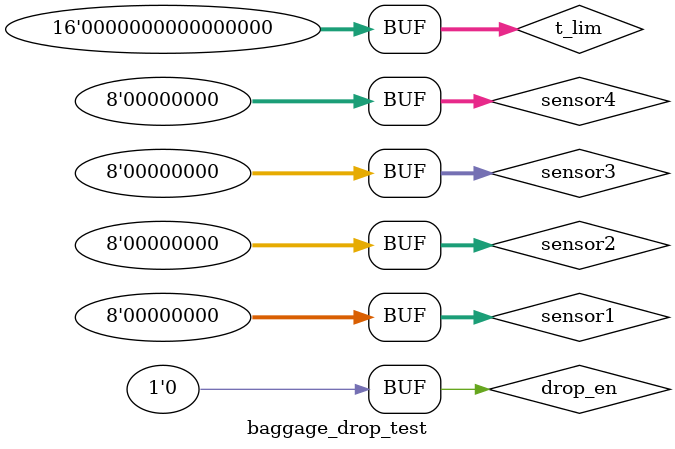
<source format=v>
`timescale 1ns / 1ps


module baggage_drop_test;

	// Inputs
	reg [7:0] sensor1;
	reg [7:0] sensor2;
	reg [7:0] sensor3;
	reg [7:0] sensor4;
	reg [15:0] t_lim;
	reg drop_en;

	// Outputs
	wire [6:0] seven_seg1;
	wire [6:0] seven_seg2;
	wire [6:0] seven_seg3;
	wire [6:0] seven_seg4;
	wire [0:0] drop_activated;

	// Instantiate the Unit Under Test (UUT)
	baggage_drop uut (
		.seven_seg1(seven_seg1), 
		.seven_seg2(seven_seg2), 
		.seven_seg3(seven_seg3), 
		.seven_seg4(seven_seg4), 
		.drop_activated(drop_activated), 
		.sensor1(sensor1), 
		.sensor2(sensor2), 
		.sensor3(sensor3), 
		.sensor4(sensor4), 
		.t_lim(t_lim), 
		.drop_en(drop_en)
	);

	initial begin
		// Initialize Inputs
		sensor1 = 0;
		sensor2 = 0;
		sensor3 = 0;
		sensor4 = 0;
		t_lim = 0;
		drop_en = 0;

		// Wait 100 ns for global reset to finish
		#100;
        
		// Add stimulus here

	end
      
endmodule


</source>
